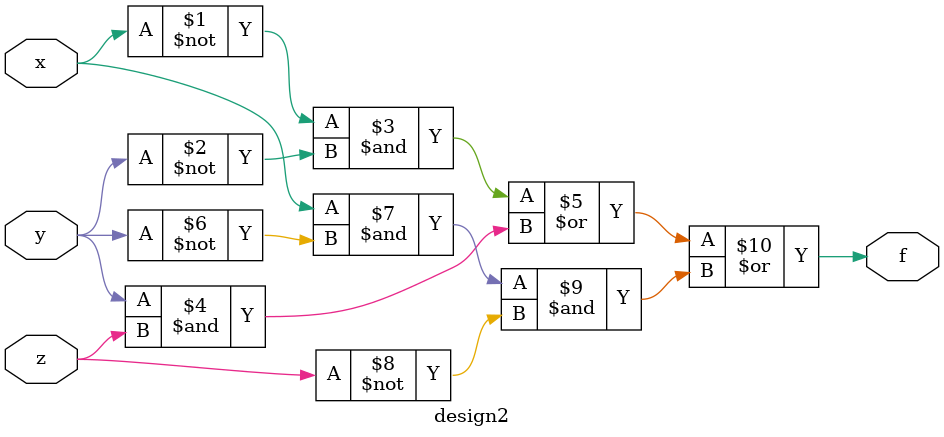
<source format=sv>
module design2 (
  input logic x, y, z,
  output logic f
);

assign f = (~x)&(~y) | y&z | x&(~y)&(~z);

endmodule: design2

</source>
